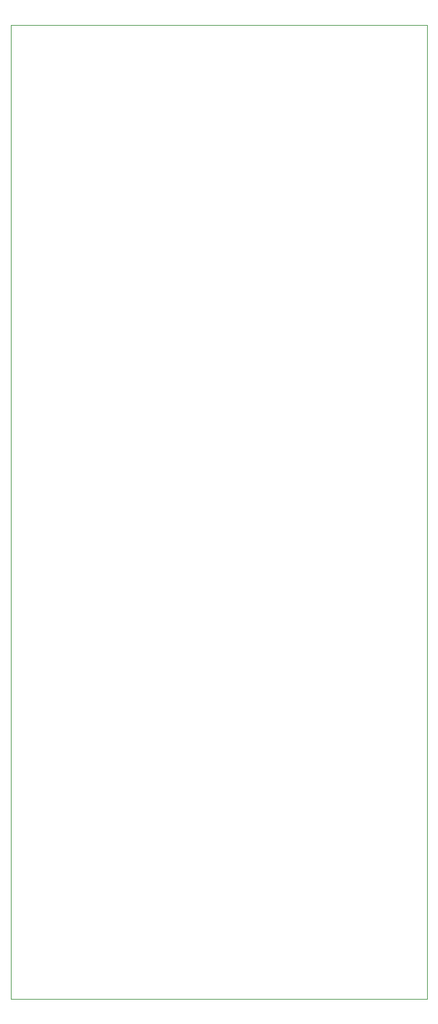
<source format=gbr>
G04 #@! TF.GenerationSoftware,KiCad,Pcbnew,(5.1.2)-1*
G04 #@! TF.CreationDate,2019-05-24T12:58:06-07:00*
G04 #@! TF.ProjectId,panel,70616e65-6c2e-46b6-9963-61645f706362,rev?*
G04 #@! TF.SameCoordinates,Original*
G04 #@! TF.FileFunction,Profile,NP*
%FSLAX46Y46*%
G04 Gerber Fmt 4.6, Leading zero omitted, Abs format (unit mm)*
G04 Created by KiCad (PCBNEW (5.1.2)-1) date 2019-05-24 12:58:06*
%MOMM*%
%LPD*%
G04 APERTURE LIST*
%ADD10C,0.100000*%
G04 APERTURE END LIST*
D10*
X115000000Y-60000000D02*
X60000000Y-60000000D01*
X115000000Y-188500000D02*
X115000000Y-60000000D01*
X60000000Y-188500000D02*
X115000000Y-188500000D01*
X60000000Y-60000000D02*
X60000000Y-188500000D01*
M02*

</source>
